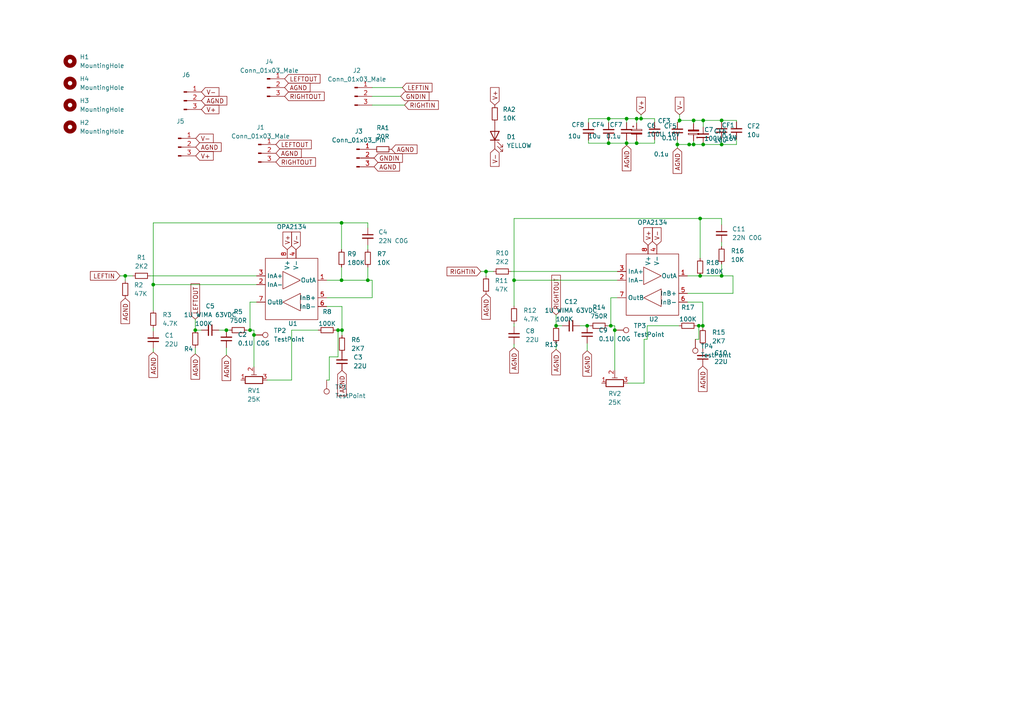
<source format=kicad_sch>
(kicad_sch (version 20231120) (generator "eeschema") (generator_version "8.0")
  (paper "A4")
  (lib_symbols
    (symbol "Amplifier_Audio:OPA2134"
      (property "Reference" "U" (at 0 -2.54 0))
      (property "Value" "OPA2134" (at 0 0 0))
      (symbol "OPA2134_0_1"
        (rectangle (start -7.62 16.51) (end 7.62 -1.27))
        (polyline (pts (xy -2.54 12.7) (xy -2.54 7.62) (xy 2.54 10.16) (xy -2.54 12.7)))
        (polyline (pts (xy 2.54 6.35) (xy 2.54 1.27) (xy -2.54 3.81) (xy 2.54 6.35)))
      )
      (symbol "OPA2134_1_1"
        (pin output line (at 10.16 10.16 180) (length 2.54) (name "OutA") (number "1"))
        (pin input line (at -10.16 8.89 0) (length 2.54) (name "InA-") (number "2"))
        (pin input line (at -10.16 11.43 0) (length 2.54) (name "InA+") (number "3"))
        (pin input line (at 1.27 19.05 270) (length 2.54) (name "V-") (number "4"))
        (pin input line (at 10.16 5.08 180) (length 2.54) (name "InB+") (number "5"))
        (pin input line (at 10.16 2.54 180) (length 2.54) (name "InB-") (number "6"))
        (pin output line (at -10.16 3.81 0) (length 2.54) (name "OutB") (number "7"))
        (pin input line (at -1.27 19.05 270) (length 2.54) (name "V+") (number "8"))
      )
    )
    (symbol "Connector:Conn_01x03_Male" (pin_names (offset 1.016) hide)
      (property "Reference" "J" (at 0 5.08 0))
      (property "Value" "Conn_01x03_Male" (at 0 -5.08 0))
      (symbol "Conn_01x03_Male_1_1"
        (polyline (pts (xy 1.27 -2.54) (xy 0.8636 -2.54)) (stroke (width 0.1524)))
        (polyline (pts (xy 1.27 0) (xy 0.8636 0)) (stroke (width 0.1524)))
        (polyline (pts (xy 1.27 2.54) (xy 0.8636 2.54)) (stroke (width 0.1524)))
        (rectangle (start 0.8636 -2.413) (end 0 -2.667) (stroke (width 0.1524)) (fill (type outline)))
        (rectangle (start 0.8636 0.127) (end 0 -0.127) (stroke (width 0.1524)) (fill (type outline)))
        (rectangle (start 0.8636 2.667) (end 0 2.413) (stroke (width 0.1524)) (fill (type outline)))
        (pin passive line (at 5.08 2.54 180) (length 3.81) (name "Pin_1") (number "1"))
        (pin passive line (at 5.08 0 180) (length 3.81) (name "Pin_2") (number "2"))
        (pin passive line (at 5.08 -2.54 180) (length 3.81) (name "Pin_3") (number "3"))
      )
    )
    (symbol "Connector:Conn_01x03_Pin" (pin_names (offset 1.016) hide)
      (property "Reference" "J" (at 0 5.08 0))
      (property "Value" "Conn_01x03_Pin" (at 0 -5.08 0))
      (symbol "Conn_01x03_Pin_1_1"
        (polyline (pts (xy 1.27 -2.54) (xy 0.8636 -2.54)) (stroke (width 0.1524)))
        (polyline (pts (xy 1.27 0) (xy 0.8636 0)) (stroke (width 0.1524)))
        (polyline (pts (xy 1.27 2.54) (xy 0.8636 2.54)) (stroke (width 0.1524)))
        (rectangle (start 0.8636 -2.413) (end 0 -2.667) (stroke (width 0.1524)) (fill (type outline)))
        (rectangle (start 0.8636 0.127) (end 0 -0.127) (stroke (width 0.1524)) (fill (type outline)))
        (rectangle (start 0.8636 2.667) (end 0 2.413) (stroke (width 0.1524)) (fill (type outline)))
        (pin passive line (at 5.08 2.54 180) (length 3.81) (name "Pin_1") (number "1"))
        (pin passive line (at 5.08 0 180) (length 3.81) (name "Pin_2") (number "2"))
        (pin passive line (at 5.08 -2.54 180) (length 3.81) (name "Pin_3") (number "3"))
      )
    )
    (symbol "Connector:TestPoint" (pin_numbers hide) (pin_names (offset 0.762) hide)
      (property "Reference" "TP" (at 0 6.858 0))
      (property "Value" "TestPoint" (at 0 5.08 0))
      (symbol "TestPoint_0_1"
        (circle (center 0 3.302) (radius 0.762))
      )
      (symbol "TestPoint_1_1"
        (pin passive line (at 0 0 90) (length 2.54) (name "1") (number "1"))
      )
    )
    (symbol "Device:C_Polarized_Small" (pin_numbers hide) (pin_names (offset 0.254) hide)
      (property "Reference" "C" (at 0.254 1.778 0))
      (property "Value" "C_Polarized_Small" (at 0.254 -2.032 0))
      (symbol "C_Polarized_Small_0_1"
        (rectangle (start -1.524 -0.3048) (end 1.524 -0.6858) (fill (type outline)))
        (rectangle (start -1.524 0.6858) (end 1.524 0.3048))
        (polyline (pts (xy -1.27 1.524) (xy -0.762 1.524)))
        (polyline (pts (xy -1.016 1.27) (xy -1.016 1.778)))
      )
      (symbol "C_Polarized_Small_1_1"
        (pin passive line (at 0 2.54 270) (length 1.8542) (name "~") (number "1"))
        (pin passive line (at 0 -2.54 90) (length 1.8542) (name "~") (number "2"))
      )
    )
    (symbol "Device:C_Small" (pin_numbers hide) (pin_names (offset 0.254) hide)
      (property "Reference" "C" (at 0.254 1.778 0))
      (property "Value" "C_Small" (at 0.254 -2.032 0))
      (symbol "C_Small_0_1"
        (polyline (pts (xy -1.524 -0.508) (xy 1.524 -0.508)) (stroke (width 0.3302)))
        (polyline (pts (xy -1.524 0.508) (xy 1.524 0.508)) (stroke (width 0.3048)))
      )
      (symbol "C_Small_1_1"
        (pin passive line (at 0 2.54 270) (length 2.032) (name "~") (number "1"))
        (pin passive line (at 0 -2.54 90) (length 2.032) (name "~") (number "2"))
      )
    )
    (symbol "Device:LED" (pin_numbers hide) (pin_names (offset 1.016) hide)
      (property "Reference" "D" (at 0 2.54 0))
      (property "Value" "LED" (at 0 -2.54 0))
      (symbol "LED_0_1"
        (polyline (pts (xy -1.27 -1.27) (xy -1.27 1.27)) (stroke (width 0.254)))
        (polyline (pts (xy -1.27 0) (xy 1.27 0)))
        (polyline (pts (xy 1.27 -1.27) (xy 1.27 1.27) (xy -1.27 0) (xy 1.27 -1.27)) (stroke (width 0.254)))
        (polyline (pts (xy -3.048 -0.762) (xy -4.572 -2.286) (xy -3.81 -2.286) (xy -4.572 -2.286) (xy -4.572 -1.524)))
        (polyline (pts (xy -1.778 -0.762) (xy -3.302 -2.286) (xy -2.54 -2.286) (xy -3.302 -2.286) (xy -3.302 -1.524)))
      )
      (symbol "LED_1_1"
        (pin passive line (at -3.81 0 0) (length 2.54) (name "K") (number "1"))
        (pin passive line (at 3.81 0 180) (length 2.54) (name "A") (number "2"))
      )
    )
    (symbol "Device:R_Potentiometer_Trim" (pin_names (offset 1.016) hide)
      (property "Reference" "RV" (at -4.445 0 90))
      (property "Value" "R_Potentiometer_Trim" (at -2.54 0 90))
      (symbol "R_Potentiometer_Trim_0_1"
        (polyline (pts (xy 1.524 0.762) (xy 1.524 -0.762)))
        (polyline (pts (xy 2.54 0) (xy 1.524 0)))
        (rectangle (start 1.016 2.54) (end -1.016 -2.54) (stroke (width 0.254)))
      )
      (symbol "R_Potentiometer_Trim_1_1"
        (pin passive line (at 0 3.81 270) (length 1.27) (name "1") (number "1"))
        (pin passive line (at 3.81 0 180) (length 1.27) (name "2") (number "2"))
        (pin passive line (at 0 -3.81 90) (length 1.27) (name "3") (number "3"))
      )
    )
    (symbol "Device:R_Small" (pin_numbers hide) (pin_names (offset 0.254) hide)
      (property "Reference" "R" (at 0.762 0.508 0))
      (property "Value" "R_Small" (at 0.762 -1.016 0))
      (symbol "R_Small_0_1"
        (rectangle (start -0.762 1.778) (end 0.762 -1.778) (stroke (width 0.2032)))
      )
      (symbol "R_Small_1_1"
        (pin passive line (at 0 2.54 270) (length 0.762) (name "~") (number "1"))
        (pin passive line (at 0 -2.54 90) (length 0.762) (name "~") (number "2"))
      )
    )
    (symbol "Mechanical:MountingHole" (pin_names (offset 1.016))
      (property "Reference" "H" (at 0 5.08 0))
      (property "Value" "MountingHole" (at 0 3.175 0))
      (symbol "MountingHole_0_1"
        (circle (center 0 0) (radius 1.27) (stroke (width 1.27)))
      )
    )
  )
  (junction (at 72.517 95.758))
  (junction (at 170.307 94.488))
  (junction (at 98.044 95.758))
  (junction (at 178.308 95.758))
  (junction (at 176.53 34.417))
  (junction (at 177.165 94.488))
  (junction (at 203.073 63.373))
  (junction (at 184.658 41.529))
  (junction (at 184.658 34.417))
  (junction (at 99.06 81.28))
  (junction (at 209.296 34.925))
  (junction (at 149.098 81.28))
  (junction (at 106.68 81.28))
  (junction (at 203.962 41.91))
  (junction (at 99.187 95.758))
  (junction (at 202.692 94.488))
  (junction (at 203.073 80.01))
  (junction (at 196.469 41.91))
  (junction (at 197.104 34.925))
  (junction (at 44.45 82.55))
  (junction (at 56.642 95.758))
  (junction (at 201.168 41.91))
  (junction (at 203.835 94.488))
  (junction (at 73.66 97.155))
  (junction (at 185.928 34.417))
  (junction (at 181.737 34.417))
  (junction (at 36.322 80.01))
  (junction (at 140.97 78.74))
  (junction (at 176.53 41.529))
  (junction (at 203.962 34.925))
  (junction (at 99.06 64.643))
  (junction (at 181.737 41.529))
  (junction (at 161.29 94.488))
  (junction (at 65.659 95.758))
  (junction (at 201.168 34.925))
  (junction (at 209.296 80.01))
  (junction (at 199.898 41.91))
  (junction (at 209.296 41.91))
  (wire (pts (xy 187.706 94.488) (xy 187.706 98.425)))
  (wire (pts (xy 106.68 72.39) (xy 106.68 71.12)))
  (wire (pts (xy 116.205 27.94) (xy 107.95 27.94)))
  (wire (pts (xy 98.044 95.758) (xy 99.187 95.758)))
  (wire (pts (xy 99.187 88.9) (xy 99.187 95.758)))
  (wire (pts (xy 72.517 87.63) (xy 74.422 87.63)))
  (wire (pts (xy 149.098 94.742) (xy 149.098 93.853)))
  (wire (pts (xy 170.307 101.727) (xy 170.307 99.568)))
  (wire (pts (xy 99.06 64.643) (xy 99.06 72.39)))
  (wire (pts (xy 99.187 95.758) (xy 99.187 97.282)))
  (wire (pts (xy 92.329 95.758) (xy 84.582 95.758)))
  (wire (pts (xy 213.614 34.925) (xy 209.296 34.925)))
  (wire (pts (xy 177.165 94.488) (xy 177.165 86.36)))
  (wire (pts (xy 178.308 94.488) (xy 177.165 94.488)))
  (wire (pts (xy 196.977 94.488) (xy 187.706 94.488)))
  (wire (pts (xy 95.504 110.236) (xy 94.742 110.236)))
  (wire (pts (xy 176.53 41.529) (xy 181.737 41.529)))
  (wire (pts (xy 197.104 34.925) (xy 201.168 34.925)))
  (wire (pts (xy 56.642 102.616) (xy 56.642 100.838)))
  (wire (pts (xy 203.073 63.373) (xy 203.073 74.93)))
  (wire (pts (xy 94.742 86.36) (xy 107.95 86.36)))
  (wire (pts (xy 184.658 35.687) (xy 184.658 34.417)))
  (wire (pts (xy 184.658 40.767) (xy 184.658 41.529)))
  (wire (pts (xy 176.53 35.56) (xy 176.53 34.417)))
  (wire (pts (xy 177.165 86.36) (xy 179.07 86.36)))
  (wire (pts (xy 176.276 94.488) (xy 177.165 94.488)))
  (wire (pts (xy 184.658 41.529) (xy 189.865 41.529)))
  (wire (pts (xy 189.865 35.433) (xy 189.865 34.417)))
  (wire (pts (xy 201.168 40.894) (xy 201.168 41.91)))
  (wire (pts (xy 107.95 25.4) (xy 116.713 25.4)))
  (wire (pts (xy 140.97 80.137) (xy 140.97 78.74)))
  (wire (pts (xy 178.308 95.758) (xy 178.308 94.488)))
  (wire (pts (xy 209.296 63.373) (xy 203.073 63.373)))
  (wire (pts (xy 99.06 81.28) (xy 106.68 81.28)))
  (wire (pts (xy 161.29 101.346) (xy 161.29 99.568)))
  (wire (pts (xy 73.66 95.758) (xy 72.517 95.758)))
  (wire (pts (xy 94.742 88.9) (xy 99.187 88.9)))
  (wire (pts (xy 140.97 78.74) (xy 143.129 78.74)))
  (wire (pts (xy 107.95 81.28) (xy 107.95 86.36)))
  (wire (pts (xy 203.835 101.092) (xy 203.835 100.203)))
  (wire (pts (xy 213.614 41.91) (xy 209.296 41.91)))
  (wire (pts (xy 149.098 63.373) (xy 203.073 63.373)))
  (wire (pts (xy 98.044 95.758) (xy 98.044 103.505)))
  (wire (pts (xy 209.296 34.925) (xy 203.962 34.925)))
  (wire (pts (xy 170.688 34.417) (xy 176.53 34.417)))
  (wire (pts (xy 201.168 41.91) (xy 203.962 41.91)))
  (wire (pts (xy 63.5 95.758) (xy 65.659 95.758)))
  (wire (pts (xy 44.45 102.108) (xy 44.45 101.092)))
  (wire (pts (xy 185.928 34.417) (xy 184.658 34.417)))
  (wire (pts (xy 181.737 34.417) (xy 181.737 35.56)))
  (wire (pts (xy 170.688 41.529) (xy 176.53 41.529)))
  (wire (pts (xy 44.45 64.643) (xy 99.06 64.643)))
  (wire (pts (xy 199.39 85.09) (xy 212.598 85.09)))
  (wire (pts (xy 209.296 80.01) (xy 212.598 80.01)))
  (wire (pts (xy 43.561 80.01) (xy 74.422 80.01)))
  (wire (pts (xy 44.45 82.55) (xy 74.422 82.55)))
  (wire (pts (xy 149.098 81.28) (xy 179.07 81.28)))
  (wire (pts (xy 197.104 33.274) (xy 197.104 34.925)))
  (wire (pts (xy 199.771 41.783) (xy 199.898 41.91)))
  (wire (pts (xy 56.642 92.583) (xy 56.642 95.758)))
  (wire (pts (xy 71.628 95.758) (xy 72.517 95.758)))
  (wire (pts (xy 99.06 77.47) (xy 99.06 81.28)))
  (wire (pts (xy 106.68 64.643) (xy 99.06 64.643)))
  (wire (pts (xy 106.68 77.47) (xy 106.68 81.28)))
  (wire (pts (xy 203.835 94.488) (xy 203.835 95.123)))
  (wire (pts (xy 170.307 94.488) (xy 171.196 94.488)))
  (wire (pts (xy 170.688 40.64) (xy 170.688 41.529)))
  (wire (pts (xy 170.688 35.56) (xy 170.688 34.417)))
  (wire (pts (xy 149.098 81.28) (xy 149.098 88.773)))
  (wire (pts (xy 203.073 80.01) (xy 209.296 80.01)))
  (wire (pts (xy 197.104 35.433) (xy 196.469 35.433)))
  (wire (pts (xy 189.865 34.417) (xy 185.928 34.417)))
  (wire (pts (xy 65.659 102.997) (xy 65.659 100.838)))
  (wire (pts (xy 106.68 66.04) (xy 106.68 64.643)))
  (wire (pts (xy 148.209 78.74) (xy 179.07 78.74)))
  (wire (pts (xy 201.168 35.814) (xy 201.168 34.925)))
  (wire (pts (xy 95.504 103.505) (xy 95.504 110.236)))
  (wire (pts (xy 186.817 98.425) (xy 186.817 111.125)))
  (wire (pts (xy 73.66 97.155) (xy 73.66 106.426)))
  (wire (pts (xy 178.308 95.758) (xy 178.308 107.315)))
  (wire (pts (xy 72.517 95.758) (xy 72.517 87.63)))
  (wire (pts (xy 149.098 100.838) (xy 149.098 99.822)))
  (wire (pts (xy 196.469 40.513) (xy 196.469 41.91)))
  (wire (pts (xy 201.168 34.925) (xy 203.962 34.925)))
  (wire (pts (xy 209.296 35.306) (xy 209.296 34.925)))
  (wire (pts (xy 84.582 110.236) (xy 77.47 110.236)))
  (wire (pts (xy 202.692 94.488) (xy 203.835 94.488)))
  (wire (pts (xy 44.45 82.55) (xy 44.45 90.043)))
  (wire (pts (xy 181.737 41.529) (xy 184.658 41.529)))
  (wire (pts (xy 186.817 111.125) (xy 182.118 111.125)))
  (wire (pts (xy 139.446 78.74) (xy 140.97 78.74)))
  (wire (pts (xy 212.598 80.01) (xy 212.598 85.09)))
  (wire (pts (xy 36.322 81.407) (xy 36.322 80.01)))
  (wire (pts (xy 84.582 95.758) (xy 84.582 110.236)))
  (wire (pts (xy 202.692 94.488) (xy 202.692 98.425)))
  (wire (pts (xy 161.29 94.488) (xy 163.068 94.488)))
  (wire (pts (xy 209.296 65.151) (xy 209.296 63.373)))
  (wire (pts (xy 36.322 80.01) (xy 38.481 80.01)))
  (wire (pts (xy 98.044 103.505) (xy 95.504 103.505)))
  (wire (pts (xy 176.53 40.64) (xy 176.53 41.529)))
  (wire (pts (xy 94.742 81.28) (xy 99.06 81.28)))
  (wire (pts (xy 185.928 33.274) (xy 185.928 34.417)))
  (wire (pts (xy 209.296 76.581) (xy 209.296 80.01)))
  (wire (pts (xy 34.798 80.01) (xy 36.322 80.01)))
  (wire (pts (xy 213.614 35.306) (xy 213.614 34.925)))
  (wire (pts (xy 97.409 95.758) (xy 98.044 95.758)))
  (wire (pts (xy 181.737 41.529) (xy 181.737 42.164)))
  (wire (pts (xy 44.45 82.55) (xy 44.45 64.643)))
  (wire (pts (xy 209.296 40.386) (xy 209.296 41.91)))
  (wire (pts (xy 161.29 91.313) (xy 161.29 94.488)))
  (wire (pts (xy 73.66 97.155) (xy 73.66 95.758)))
  (wire (pts (xy 107.95 30.48) (xy 117.348 30.48)))
  (wire (pts (xy 213.614 40.386) (xy 213.614 41.91)))
  (wire (pts (xy 44.45 96.012) (xy 44.45 95.123)))
  (wire (pts (xy 202.692 98.425) (xy 201.676 98.425)))
  (wire (pts (xy 197.104 34.925) (xy 197.104 35.433)))
  (wire (pts (xy 202.057 94.488) (xy 202.692 94.488)))
  (wire (pts (xy 149.098 81.28) (xy 149.098 63.373)))
  (wire (pts (xy 189.865 40.513) (xy 189.865 41.529)))
  (wire (pts (xy 199.39 87.63) (xy 203.835 87.63)))
  (wire (pts (xy 203.962 36.83) (xy 203.962 34.925)))
  (wire (pts (xy 199.898 41.91) (xy 201.168 41.91)))
  (wire (pts (xy 209.296 41.91) (xy 203.962 41.91)))
  (wire (pts (xy 184.658 34.417) (xy 181.737 34.417)))
  (wire (pts (xy 209.296 71.501) (xy 209.296 70.231)))
  (wire (pts (xy 186.817 98.425) (xy 187.706 98.425)))
  (wire (pts (xy 168.148 94.488) (xy 170.307 94.488)))
  (wire (pts (xy 181.737 40.64) (xy 181.737 41.529)))
  (wire (pts (xy 196.469 41.91) (xy 199.898 41.91)))
  (wire (pts (xy 203.835 87.63) (xy 203.835 94.488)))
  (wire (pts (xy 56.642 95.758) (xy 58.42 95.758)))
  (wire (pts (xy 176.53 34.417) (xy 181.737 34.417)))
  (wire (pts (xy 196.469 41.91) (xy 196.469 42.926)))
  (wire (pts (xy 106.68 81.28) (xy 107.95 81.28)))
  (wire (pts (xy 65.659 95.758) (xy 66.548 95.758)))
  (wire (pts (xy 199.39 80.01) (xy 203.073 80.01)))
  (global_label "AGND" (shape input) (at 99.187 107.442 270) (property "Intersheetrefs" "${INTERSHEET_REFS}" (effects (hide yes))))
  (global_label "LEFTIN" (shape input) (at 34.798 80.01 180) (property "Intersheetrefs" "${INTERSHEET_REFS}" (effects (hide yes))))
  (global_label "AGND" (shape input) (at 36.322 86.487 270) (property "Intersheetrefs" "${INTERSHEET_REFS}" (effects (hide yes))))
  (global_label "AGND" (shape input) (at 58.42 29.21 0) (property "Intersheetrefs" "${INTERSHEET_REFS}" (effects (hide yes))))
  (global_label "AGND" (shape input) (at 113.581 43.2981 0) (property "Intersheetrefs" "${INTERSHEET_REFS}" (effects (hide yes))))
  (global_label "V-" (shape input) (at 85.852 72.39 90) (property "Intersheetrefs" "${INTERSHEET_REFS}" (effects (hide yes))))
  (global_label "AGND" (shape input) (at 161.29 101.346 270) (property "Intersheetrefs" "${INTERSHEET_REFS}" (effects (hide yes))))
  (global_label "AGND" (shape input) (at 56.769 42.672 0) (property "Intersheetrefs" "${INTERSHEET_REFS}" (effects (hide yes))))
  (global_label "AGND" (shape input) (at 170.307 101.727 270) (property "Intersheetrefs" "${INTERSHEET_REFS}" (effects (hide yes))))
  (global_label "AGND" (shape input) (at 56.642 102.616 270) (property "Intersheetrefs" "${INTERSHEET_REFS}" (effects (hide yes))))
  (global_label "AGND" (shape input) (at 65.659 102.997 270) (property "Intersheetrefs" "${INTERSHEET_REFS}" (effects (hide yes))))
  (global_label "AGND" (shape input) (at 181.737 42.164 270) (property "Intersheetrefs" "${INTERSHEET_REFS}" (effects (hide yes))))
  (global_label "LEFTOUT" (shape input) (at 56.642 92.583 90) (property "Intersheetrefs" "${INTERSHEET_REFS}" (effects (hide yes))))
  (global_label "V-" (shape input) (at 143.51 43.18 270) (property "Intersheetrefs" "${INTERSHEET_REFS}" (effects (hide yes))))
  (global_label "V-" (shape input) (at 58.42 26.67 0) (property "Intersheetrefs" "${INTERSHEET_REFS}" (effects (hide yes))))
  (global_label "GNDIN" (shape input) (at 116.205 27.94 0) (property "Intersheetrefs" "${INTERSHEET_REFS}" (effects (hide yes))))
  (global_label "AGND" (shape input) (at 44.45 102.108 270) (property "Intersheetrefs" "${INTERSHEET_REFS}" (effects (hide yes))))
  (global_label "V-" (shape input) (at 197.104 33.274 90) (property "Intersheetrefs" "${INTERSHEET_REFS}" (effects (hide yes))))
  (global_label "V+" (shape input) (at 56.769 45.212 0) (property "Intersheetrefs" "${INTERSHEET_REFS}" (effects (hide yes))))
  (global_label "AGND" (shape input) (at 149.098 100.838 270) (property "Intersheetrefs" "${INTERSHEET_REFS}" (effects (hide yes))))
  (global_label "RIGHTOUT" (shape input) (at 82.55 27.94 0) (property "Intersheetrefs" "${INTERSHEET_REFS}" (effects (hide yes))))
  (global_label "V+" (shape input) (at 58.42 31.75 0) (property "Intersheetrefs" "${INTERSHEET_REFS}" (effects (hide yes))))
  (global_label "RIGHTIN" (shape input) (at 139.446 78.74 180) (property "Intersheetrefs" "${INTERSHEET_REFS}" (effects (hide yes))))
  (global_label "RIGHTIN" (shape input) (at 117.348 30.48 0) (property "Intersheetrefs" "${INTERSHEET_REFS}" (effects (hide yes))))
  (global_label "V-" (shape input) (at 190.5 71.12 90) (property "Intersheetrefs" "${INTERSHEET_REFS}" (effects (hide yes))))
  (global_label "V+" (shape input) (at 187.96 71.12 90) (property "Intersheetrefs" "${INTERSHEET_REFS}" (effects (hide yes))))
  (global_label "V+" (shape input) (at 143.51 30.48 90) (property "Intersheetrefs" "${INTERSHEET_REFS}" (effects (hide yes))))
  (global_label "AGND" (shape input) (at 80.01 44.45 0) (property "Intersheetrefs" "${INTERSHEET_REFS}" (effects (hide yes))))
  (global_label "AGND" (shape input) (at 108.501 48.3781 0) (property "Intersheetrefs" "${INTERSHEET_REFS}" (effects (hide yes))))
  (global_label "AGND" (shape input) (at 196.469 42.926 270) (property "Intersheetrefs" "${INTERSHEET_REFS}" (effects (hide yes))))
  (global_label "AGND" (shape input) (at 82.55 25.4 0) (property "Intersheetrefs" "${INTERSHEET_REFS}" (effects (hide yes))))
  (global_label "GNDIN" (shape input) (at 108.501 45.8381 0) (property "Intersheetrefs" "${INTERSHEET_REFS}" (effects (hide yes))))
  (global_label "LEFTOUT" (shape input) (at 80.01 41.91 0) (property "Intersheetrefs" "${INTERSHEET_REFS}" (effects (hide yes))))
  (global_label "RIGHTOUT" (shape input) (at 80.01 46.99 0) (property "Intersheetrefs" "${INTERSHEET_REFS}" (effects (hide yes))))
  (global_label "LEFTOUT" (shape input) (at 82.55 22.86 0) (property "Intersheetrefs" "${INTERSHEET_REFS}" (effects (hide yes))))
  (global_label "LEFTIN" (shape input) (at 116.713 25.4 0) (property "Intersheetrefs" "${INTERSHEET_REFS}" (effects (hide yes))))
  (global_label "V+" (shape input) (at 185.928 33.274 90) (property "Intersheetrefs" "${INTERSHEET_REFS}" (effects (hide yes))))
  (global_label "AGND" (shape input) (at 140.97 85.217 270) (property "Intersheetrefs" "${INTERSHEET_REFS}" (effects (hide yes))))
  (global_label "V-" (shape input) (at 56.769 40.132 0) (property "Intersheetrefs" "${INTERSHEET_REFS}" (effects (hide yes))))
  (global_label "V+" (shape input) (at 83.312 72.39 90) (property "Intersheetrefs" "${INTERSHEET_REFS}" (effects (hide yes))))
  (global_label "RIGHTOUT" (shape input) (at 161.29 91.313 90) (property "Intersheetrefs" "${INTERSHEET_REFS}" (effects (hide yes))))
  (global_label "AGND" (shape input) (at 203.835 106.172 270) (property "Intersheetrefs" "${INTERSHEET_REFS}" (effects (hide yes))))
  (symbol (lib_id "Device:R_Small") (at 203.835 97.663 180) (unit 1)
    (property "Reference" "R15" (at 206.502 96.3929 0) (effects (justify right)))
    (property "Value" "2K7" (at 206.502 98.9329 0) (effects (justify right)))
    (property "Footprint" "Resistor_SMD:R_0805_2012Metric_Pad1.20x1.40mm_HandSolder" (effects (hide yes)))
  )
  (symbol (lib_id "Device:C_Polarized_Small") (at 184.658 38.227 0) (unit 1)
    (property "Reference" "C6" (at 187.579 36.4108 0) (effects (justify left)))
    (property "Value" "100U 16V" (at 187.579 38.9508 0) (effects (justify left)))
    (property "Footprint" "Capacitor_THT:CP_Radial_D6.3mm_P2.50mm" (effects (hide yes)))
  )
  (symbol (lib_id "Device:R_Small") (at 140.97 82.677 180) (unit 1)
    (property "Reference" "R11" (at 143.51 81.4069 0) (effects (justify right)))
    (property "Value" "47K" (at 143.51 83.9469 0) (effects (justify right)))
    (property "Footprint" "Resistor_SMD:R_0805_2012Metric_Pad1.20x1.40mm_HandSolder" (effects (hide yes)))
  )
  (symbol (lib_id "Connector:Conn_01x03_Male") (at 102.87 27.94 0) (unit 1)
    (property "Reference" "J2" (at 103.505 20.447 0))
    (property "Value" "Conn_01x03_Male" (at 103.505 22.987 0))
    (property "Footprint" "Connector_JST:JST_PH_B3B-PH-K_1x03_P2.00mm_Vertical" (effects (hide yes)))
  )
  (symbol (lib_id "Mechanical:MountingHole") (at 20.32 17.78 0) (unit 1)
    (property "Reference" "H1" (at 23.114 16.5099 0) (effects (justify left)))
    (property "Value" "MountingHole" (at 23.114 19.0499 0) (effects (justify left)))
    (property "Footprint" "MountingHole:MountingHole_3.2mm_M3_DIN965_Pad_TopOnly" (effects (hide yes)))
  )
  (symbol (lib_id "Device:R_Small") (at 41.021 80.01 90) (unit 1)
    (property "Reference" "R1" (at 41.021 74.676 90))
    (property "Value" "2K2" (at 41.021 77.216 90))
    (property "Footprint" "Resistor_SMD:R_0805_2012Metric_Pad1.20x1.40mm_HandSolder" (effects (hide yes)))
  )
  (symbol (lib_id "Device:C_Polarized_Small") (at 201.168 38.354 180) (unit 1)
    (property "Reference" "C7" (at 204.216 37.63 0) (effects (justify right)))
    (property "Value" "100U 16V" (at 204.216 40.17 0) (effects (justify right)))
    (property "Footprint" "Capacitor_THT:CP_Radial_D6.3mm_P2.50mm" (effects (hide yes)))
  )
  (symbol (lib_id "Connector:TestPoint") (at 73.66 97.155 270) (unit 1)
    (property "Reference" "TP2" (at 79.375 95.8849 90) (effects (justify left)))
    (property "Value" "TestPoint" (at 79.375 98.4249 90) (effects (justify left)))
    (property "Footprint" "TestPoint:TestPoint_THTPad_1.5x1.5mm_Drill0.7mm" (effects (hide yes)))
  )
  (symbol (lib_id "Device:R_Small") (at 36.322 83.947 180) (unit 1)
    (property "Reference" "R2" (at 38.862 82.6769 0) (effects (justify right)))
    (property "Value" "47K" (at 38.862 85.2169 0) (effects (justify right)))
    (property "Footprint" "Resistor_SMD:R_0805_2012Metric_Pad1.20x1.40mm_HandSolder" (effects (hide yes)))
  )
  (symbol (lib_id "Device:C_Small") (at 209.296 67.691 0) (unit 1)
    (property "Reference" "C11" (at 212.344 66.4272 0) (effects (justify left)))
    (property "Value" "22N C0G" (at 212.344 68.9672 0) (effects (justify left)))
    (property "Footprint" "Capacitor_SMD:C_0805_2012Metric_Pad1.18x1.45mm_HandSolder" (effects (hide yes)))
  )
  (symbol (lib_id "Device:R_Small") (at 44.45 92.583 180) (unit 1)
    (property "Reference" "R3" (at 47.117 91.3129 0) (effects (justify right)))
    (property "Value" "4.7K" (at 47.117 93.8529 0) (effects (justify right)))
    (property "Footprint" "Resistor_SMD:R_0805_2012Metric_Pad1.20x1.40mm_HandSolder" (effects (hide yes)))
  )
  (symbol (lib_id "Device:R_Small") (at 106.68 74.93 180) (unit 1)
    (property "Reference" "R7" (at 109.347 73.6599 0) (effects (justify right)))
    (property "Value" "10K" (at 109.347 76.1999 0) (effects (justify right)))
    (property "Footprint" "Resistor_SMD:R_0805_2012Metric_Pad1.20x1.40mm_HandSolder" (effects (hide yes)))
  )
  (symbol (lib_id "Device:R_Small") (at 203.073 77.47 0) (unit 1)
    (property "Reference" "R18" (at 204.724 76.1999 0) (effects (justify left)))
    (property "Value" "180K" (at 204.724 78.7399 0) (effects (justify left)))
    (property "Footprint" "Resistor_SMD:R_0805_2012Metric_Pad1.20x1.40mm_HandSolder" (effects (hide yes)))
  )
  (symbol (lib_id "Device:R_Small") (at 94.869 95.758 90) (unit 1)
    (property "Reference" "R8" (at 94.869 90.424 90))
    (property "Value" "100K" (at 94.869 93.853 90))
    (property "Footprint" "Resistor_SMD:R_0805_2012Metric_Pad1.20x1.40mm_HandSolder" (effects (hide yes)))
  )
  (symbol (lib_id "Device:C_Small") (at 60.96 95.758 270) (unit 1)
    (property "Reference" "C5" (at 60.9536 88.773 90))
    (property "Value" "1U WIMA 63VDC" (at 60.9536 91.313 90))
    (property "Footprint" "Capacitor_THT:C_Rect_L7.2mm_W11.0mm_P5.00mm_FKS2_FKP2_MKS2_MKP2" (effects (hide yes)))
    (property "Mouser" " 505-MKP2C0411NMN " (effects (hide yes)))
  )
  (symbol (lib_id "Mechanical:MountingHole") (at 20.32 36.83 0) (unit 1)
    (property "Reference" "H2" (at 23.114 35.5599 0) (effects (justify left)))
    (property "Value" "MountingHole" (at 23.114 38.0999 0) (effects (justify left)))
    (property "Footprint" "MountingHole:MountingHole_3.2mm_M3_DIN965_Pad_TopOnly" (effects (hide yes)))
  )
  (symbol (lib_id "Device:R_Small") (at 143.51 33.02 180) (unit 1)
    (property "Reference" "RA2" (at 145.796 31.7499 0) (effects (justify right)))
    (property "Value" "10K" (at 145.796 34.2899 0) (effects (justify right)))
    (property "Footprint" "Resistor_SMD:R_0603_1608Metric" (effects (hide yes)))
  )
  (symbol (lib_id "Device:C_Small") (at 170.307 97.028 180) (unit 1)
    (property "Reference" "C9" (at 173.609 95.7515 0) (effects (justify right)))
    (property "Value" "0.1U C0G" (at 173.609 98.2915 0) (effects (justify right)))
    (property "Footprint" "Capacitor_SMD:C_1206_3216Metric_Pad1.33x1.80mm_HandSolder" (effects (hide yes)))
  )
  (symbol (lib_id "Device:R_Small") (at 145.669 78.74 90) (unit 1)
    (property "Reference" "R10" (at 145.669 73.406 90))
    (property "Value" "2K2" (at 145.669 75.946 90))
    (property "Footprint" "Resistor_SMD:R_0805_2012Metric_Pad1.20x1.40mm_HandSolder" (effects (hide yes)))
  )
  (symbol (lib_id "Device:LED") (at 143.51 39.37 90) (unit 1)
    (property "Reference" "D1" (at 146.939 39.6874 90) (effects (justify right)))
    (property "Value" "YELLOW" (at 146.939 42.2274 90) (effects (justify right)))
    (property "Footprint" "LED_SMD:LED_0603_1608Metric_Pad1.05x0.95mm_HandSolder" (effects (hide yes)))
  )
  (symbol (lib_id "Device:C_Small") (at 165.608 94.488 270) (unit 1)
    (property "Reference" "C12" (at 165.6016 87.503 90))
    (property "Value" "1U WIMA 63VDC" (at 165.6016 90.043 90))
    (property "Footprint" "Capacitor_THT:C_Rect_L7.2mm_W11.0mm_P5.00mm_FKS2_FKP2_MKS2_MKP2" (effects (hide yes)))
    (property "Mouser" " 505-MKP2C0411NMN " (effects (hide yes)))
  )
  (symbol (lib_id "Device:R_Potentiometer_Trim") (at 73.66 110.236 90) (unit 1)
    (property "Reference" "RV1" (at 73.66 113.284 90))
    (property "Value" "25K" (at 73.66 115.824 90))
    (property "Footprint" "Potentiometer_THT:Potentiometer_Bourns_3296W_Vertical" (effects (hide yes)))
  )
  (symbol (lib_id "Device:R_Potentiometer_Trim") (at 178.308 111.125 90) (unit 1)
    (property "Reference" "RV2" (at 178.308 114.173 90))
    (property "Value" "25K" (at 178.308 116.713 90))
    (property "Footprint" "Potentiometer_THT:Potentiometer_Bourns_3296W_Vertical" (effects (hide yes)))
  )
  (symbol (lib_id "Device:C_Small") (at 170.688 38.1 180) (unit 1)
    (property "Reference" "CF8" (at 165.735 36.195 0) (effects (justify right)))
    (property "Value" "10u" (at 164.719 39.497 0) (effects (justify right)))
    (property "Footprint" "Capacitor_SMD:C_1206_3216Metric_Pad1.33x1.80mm_HandSolder" (effects (hide yes)))
  )
  (symbol (lib_id "Connector:Conn_01x03_Male") (at 51.689 42.672 0) (unit 1)
    (property "Reference" "J5" (at 52.324 35.179 0))
    (property "Value" "Conn_01x03_Male" (effects (hide yes)))
    (property "Footprint" "Connector_JST:JST_PH_B3B-PH-K_1x03_P2.00mm_Vertical" (effects (hide yes)))
  )
  (symbol (lib_id "Device:R_Small") (at 99.187 99.822 180) (unit 1)
    (property "Reference" "R6" (at 101.854 98.5519 0) (effects (justify right)))
    (property "Value" "2K7" (at 101.854 101.0919 0) (effects (justify right)))
    (property "Footprint" "Resistor_SMD:R_0805_2012Metric_Pad1.20x1.40mm_HandSolder" (effects (hide yes)))
  )
  (symbol (lib_id "Mechanical:MountingHole") (at 20.32 30.48 0) (unit 1)
    (property "Reference" "H3" (at 23.114 29.2099 0) (effects (justify left)))
    (property "Value" "MountingHole" (at 23.114 31.7499 0) (effects (justify left)))
    (property "Footprint" "MountingHole:MountingHole_3.2mm_M3_DIN965_Pad_TopOnly" (effects (hide yes)))
  )
  (symbol (lib_id "Device:C_Small") (at 203.835 103.632 180) (unit 1)
    (property "Reference" "C10" (at 207.137 102.3555 0) (effects (justify right)))
    (property "Value" "22U" (at 207.137 104.8955 0) (effects (justify right)))
    (property "Footprint" "Capacitor_THT:CP_Radial_D6.3mm_P2.50mm" (effects (hide yes)))
  )
  (symbol (lib_id "Mechanical:MountingHole") (at 20.32 24.13 0) (unit 1)
    (property "Reference" "H4" (at 23.114 22.8599 0) (effects (justify left)))
    (property "Value" "MountingHole" (at 23.114 25.3999 0) (effects (justify left)))
    (property "Footprint" "MountingHole:MountingHole_3.2mm_M3_DIN965_Pad_TopOnly" (effects (hide yes)))
  )
  (symbol (lib_id "Device:R_Small") (at 161.29 97.028 180) (unit 1)
    (property "Reference" "R13" (at 157.988 99.949 0) (effects (justify right)))
    (property "Value" "100K" (at 161.163 92.583 0) (effects (justify right)))
    (property "Footprint" "Resistor_SMD:R_0805_2012Metric_Pad1.20x1.40mm_HandSolder" (effects (hide yes)))
  )
  (symbol (lib_id "Connector:Conn_01x03_Male") (at 74.93 44.45 0) (unit 1)
    (property "Reference" "J1" (at 75.565 36.957 0))
    (property "Value" "Conn_01x03_Male" (at 75.565 39.497 0))
    (property "Footprint" "Connector_JST:JST_PH_B3B-PH-K_1x03_P2.00mm_Vertical" (effects (hide yes)))
  )
  (symbol (lib_id "Amplifier_Audio:OPA2134") (at 189.23 90.17 0) (unit 1)
    (property "Reference" "U2" (at 189.611 92.583 0))
    (property "Value" "OPA2134" (at 189.23 64.516 0))
    (property "Footprint" "Package_DIP:DIP-8_W7.62mm_Socket" (effects (hide yes)))
  )
  (symbol (lib_id "Device:R_Small") (at 69.088 95.758 90) (unit 1)
    (property "Reference" "R5" (at 69.088 90.424 90))
    (property "Value" "750R" (at 69.088 92.964 90))
    (property "Footprint" "Resistor_SMD:R_0805_2012Metric_Pad1.20x1.40mm_HandSolder" (effects (hide yes)))
  )
  (symbol (lib_id "Device:C_Small") (at 213.614 37.846 180) (unit 1)
    (property "Reference" "CF2" (at 216.662 36.5695 0) (effects (justify right)))
    (property "Value" "10u" (at 216.662 39.1095 0) (effects (justify right)))
    (property "Footprint" "Capacitor_SMD:C_1206_3216Metric_Pad1.33x1.80mm_HandSolder" (effects (hide yes)))
  )
  (symbol (lib_id "Device:R_Small") (at 149.098 91.313 180) (unit 1)
    (property "Reference" "R12" (at 151.765 90.0429 0) (effects (justify right)))
    (property "Value" "4.7K" (at 151.765 92.5829 0) (effects (justify right)))
    (property "Footprint" "Resistor_SMD:R_0805_2012Metric_Pad1.20x1.40mm_HandSolder" (effects (hide yes)))
  )
  (symbol (lib_id "Device:C_Small") (at 181.737 38.1 180) (unit 1)
    (property "Reference" "CF7" (at 176.784 36.195 0) (effects (justify right)))
    (property "Value" "0.1u" (at 175.768 39.497 0) (effects (justify right)))
    (property "Footprint" "Capacitor_SMD:C_0805_2012Metric_Pad1.18x1.45mm_HandSolder" (effects (hide yes)))
  )
  (symbol (lib_id "Device:C_Small") (at 209.296 37.846 180) (unit 1)
    (property "Reference" "CF1" (at 209.296 36.322 0) (effects (justify right)))
    (property "Value" "0.1u" (at 209.296 39.497 0) (effects (justify right)))
    (property "Footprint" "Capacitor_SMD:C_0805_2012Metric_Pad1.18x1.45mm_HandSolder" (effects (hide yes)))
  )
  (symbol (lib_id "Connector:TestPoint") (at 94.742 110.236 180) (unit 1)
    (property "Reference" "TP1" (at 97.155 112.2679 0) (effects (justify right)))
    (property "Value" "TestPoint" (at 97.155 114.8079 0) (effects (justify right)))
    (property "Footprint" "TestPoint:TestPoint_THTPad_1.5x1.5mm_Drill0.7mm" (effects (hide yes)))
  )
  (symbol (lib_id "Device:C_Small") (at 149.098 97.282 180) (unit 1)
    (property "Reference" "C8" (at 152.4 96.0055 0) (effects (justify right)))
    (property "Value" "22U" (at 152.4 98.5455 0) (effects (justify right)))
    (property "Footprint" "Capacitor_THT:CP_Radial_D6.3mm_P2.50mm" (effects (hide yes)))
  )
  (symbol (lib_id "Device:C_Small") (at 99.187 104.902 180) (unit 1)
    (property "Reference" "C3" (at 102.489 103.6255 0) (effects (justify right)))
    (property "Value" "22U" (at 102.489 106.1655 0) (effects (justify right)))
    (property "Footprint" "Capacitor_THT:CP_Radial_D6.3mm_P2.50mm" (effects (hide yes)))
  )
  (symbol (lib_id "Device:R_Small") (at 99.06 74.93 0) (unit 1)
    (property "Reference" "R9" (at 100.711 73.6599 0) (effects (justify left)))
    (property "Value" "180K" (at 100.711 76.1999 0) (effects (justify left)))
    (property "Footprint" "Resistor_SMD:R_0805_2012Metric_Pad1.20x1.40mm_HandSolder" (effects (hide yes)))
  )
  (symbol (lib_id "Device:C_Small") (at 189.865 37.973 180) (unit 1)
    (property "Reference" "CF3" (at 190.754 35.052 0) (effects (justify right)))
    (property "Value" "0.1u" (at 189.611 44.704 0) (effects (justify right)))
    (property "Footprint" "Capacitor_SMD:C_0805_2012Metric_Pad1.18x1.45mm_HandSolder" (effects (hide yes)))
  )
  (symbol (lib_id "Device:R_Small") (at 56.642 98.298 180) (unit 1)
    (property "Reference" "R4" (at 53.34 101.219 0) (effects (justify right)))
    (property "Value" "100K" (at 56.515 93.853 0) (effects (justify right)))
    (property "Footprint" "Resistor_SMD:R_0805_2012Metric_Pad1.20x1.40mm_HandSolder" (effects (hide yes)))
  )
  (symbol (lib_id "Connector:Conn_01x03_Male") (at 53.34 29.21 0) (unit 1)
    (property "Reference" "J6" (at 53.975 21.717 0))
    (property "Value" "Conn_01x03_Male" (effects (hide yes)))
    (property "Footprint" "Connector_JST:JST_PH_B3B-PH-K_1x03_P2.00mm_Vertical" (effects (hide yes)))
  )
  (symbol (lib_id "Device:C_Small") (at 176.53 38.1 180) (unit 1)
    (property "Reference" "CF4" (at 171.577 36.195 0) (effects (justify right)))
    (property "Value" "10u" (at 170.561 39.497 0) (effects (justify right)))
    (property "Footprint" "Capacitor_SMD:C_1206_3216Metric_Pad1.33x1.80mm_HandSolder" (effects (hide yes)))
  )
  (symbol (lib_id "Connector:Conn_01x03_Male") (at 77.47 25.4 0) (unit 1)
    (property "Reference" "J4" (at 78.105 17.907 0))
    (property "Value" "Conn_01x03_Male" (at 78.105 20.447 0))
    (property "Footprint" "Connector_PinHeader_2.54mm:PinHeader_1x03_P2.54mm_Vertical" (effects (hide yes)))
  )
  (symbol (lib_id "Device:R_Small") (at 111.041 43.2981 270) (unit 1)
    (property "Reference" "RA1" (at 111.041 37.0751 90))
    (property "Value" "20R" (at 111.041 39.6151 90))
    (property "Footprint" "Resistor_SMD:R_0603_1608Metric" (effects (hide yes)))
  )
  (symbol (lib_id "Device:C_Small") (at 203.962 39.37 180) (unit 1)
    (property "Reference" "CF6" (at 207.01 38.0935 0) (effects (justify right)))
    (property "Value" "10u" (at 207.01 40.6335 0) (effects (justify right)))
    (property "Footprint" "Capacitor_SMD:C_1206_3216Metric_Pad1.33x1.80mm_HandSolder" (effects (hide yes)))
  )
  (symbol (lib_id "Device:C_Small") (at 106.68 68.58 0) (unit 1)
    (property "Reference" "C4" (at 109.728 67.3162 0) (effects (justify left)))
    (property "Value" "22N C0G" (at 109.728 69.8562 0) (effects (justify left)))
    (property "Footprint" "Capacitor_SMD:C_0805_2012Metric_Pad1.18x1.45mm_HandSolder" (effects (hide yes)))
  )
  (symbol (lib_id "Device:R_Small") (at 209.296 74.041 180) (unit 1)
    (property "Reference" "R16" (at 211.963 72.7709 0) (effects (justify right)))
    (property "Value" "10K" (at 211.963 75.3109 0) (effects (justify right)))
    (property "Footprint" "Resistor_SMD:R_0805_2012Metric_Pad1.20x1.40mm_HandSolder" (effects (hide yes)))
  )
  (symbol (lib_id "Device:C_Small") (at 65.659 98.298 180) (unit 1)
    (property "Reference" "C2" (at 68.961 97.0215 0) (effects (justify right)))
    (property "Value" "0.1U C0G" (at 68.961 99.5615 0) (effects (justify right)))
    (property "Footprint" "Capacitor_SMD:C_1206_3216Metric_Pad1.33x1.80mm_HandSolder" (effects (hide yes)))
  )
  (symbol (lib_id "Device:R_Small") (at 173.736 94.488 90) (unit 1)
    (property "Reference" "R14" (at 173.736 89.154 90))
    (property "Value" "750R" (at 173.736 91.694 90))
    (property "Footprint" "Resistor_SMD:R_0805_2012Metric_Pad1.20x1.40mm_HandSolder" (effects (hide yes)))
  )
  (symbol (lib_id "Device:C_Small") (at 44.45 98.552 180) (unit 1)
    (property "Reference" "C1" (at 47.752 97.2755 0) (effects (justify right)))
    (property "Value" "22U" (at 47.752 99.8155 0) (effects (justify right)))
    (property "Footprint" "Capacitor_THT:CP_Radial_D6.3mm_P2.50mm" (effects (hide yes)))
  )
  (symbol (lib_id "Device:R_Small") (at 199.517 94.488 90) (unit 1)
    (property "Reference" "R17" (at 199.517 89.154 90))
    (property "Value" "100K" (at 199.517 92.583 90))
    (property "Footprint" "Resistor_SMD:R_0805_2012Metric_Pad1.20x1.40mm_HandSolder" (effects (hide yes)))
  )
  (symbol (lib_id "Connector:TestPoint") (at 178.308 95.758 270) (unit 1)
    (property "Reference" "TP3" (at 183.769 94.4879 90) (effects (justify left)))
    (property "Value" "TestPoint" (at 183.769 97.0279 90) (effects (justify left)))
    (property "Footprint" "TestPoint:TestPoint_THTPad_1.5x1.5mm_Drill0.7mm" (effects (hide yes)))
  )
  (symbol (lib_id "Connector:Conn_01x03_Pin") (at 103.421 45.8381 0) (unit 1)
    (property "Reference" "J3" (at 104.056 38.0911 0))
    (property "Value" "Conn_01x03_Pin" (at 104.056 40.6311 0))
    (property "Footprint" "Connector_PinHeader_2.54mm:PinHeader_1x03_P2.54mm_Vertical" (effects (hide yes)))
  )
  (symbol (lib_id "Device:C_Small") (at 196.469 37.973 180) (unit 1)
    (property "Reference" "CF5" (at 192.532 36.576 0) (effects (justify right)))
    (property "Value" "0.1u" (at 191.897 40.005 0) (effects (justify right)))
    (property "Footprint" "Capacitor_SMD:C_0805_2012Metric_Pad1.18x1.45mm_HandSolder" (effects (hide yes)))
  )
  (symbol (lib_id "Connector:TestPoint") (at 201.676 98.425 180) (unit 1)
    (property "Reference" "TP4" (at 203.2 100.4569 0) (effects (justify right)))
    (property "Value" "TestPoint" (at 203.2 102.9969 0) (effects (justify right)))
    (property "Footprint" "TestPoint:TestPoint_THTPad_1.5x1.5mm_Drill0.7mm" (effects (hide yes)))
  )
  (symbol (lib_id "Amplifier_Audio:OPA2134") (at 84.582 91.44 0) (unit 1)
    (property "Reference" "U1" (at 84.963 93.853 0))
    (property "Value" "OPA2134" (at 84.582 65.786 0))
    (property "Footprint" "Package_DIP:DIP-8_W7.62mm_Socket" (effects (hide yes)))
  )
)
</source>
